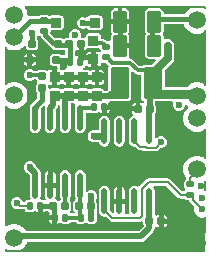
<source format=gbl>
G04*
G04 #@! TF.GenerationSoftware,Altium Limited,Altium Designer,23.4.1 (23)*
G04*
G04 Layer_Physical_Order=4*
G04 Layer_Color=9720587*
%FSLAX25Y25*%
%MOIN*%
G70*
G04*
G04 #@! TF.SameCoordinates,34EAC48E-9BE4-4C3F-87F1-4BBE4831E638*
G04*
G04*
G04 #@! TF.FilePolarity,Positive*
G04*
G01*
G75*
%ADD12C,0.00787*%
%ADD14C,0.01968*%
%ADD15C,0.01575*%
G04:AMPARAMS|DCode=27|XSize=35.83mil|YSize=33.47mil|CornerRadius=3.35mil|HoleSize=0mil|Usage=FLASHONLY|Rotation=0.000|XOffset=0mil|YOffset=0mil|HoleType=Round|Shape=RoundedRectangle|*
%AMROUNDEDRECTD27*
21,1,0.03583,0.02677,0,0,0.0*
21,1,0.02913,0.03347,0,0,0.0*
1,1,0.00669,0.01457,-0.01339*
1,1,0.00669,-0.01457,-0.01339*
1,1,0.00669,-0.01457,0.01339*
1,1,0.00669,0.01457,0.01339*
%
%ADD27ROUNDEDRECTD27*%
G04:AMPARAMS|DCode=28|XSize=70.87mil|YSize=45.28mil|CornerRadius=4.53mil|HoleSize=0mil|Usage=FLASHONLY|Rotation=90.000|XOffset=0mil|YOffset=0mil|HoleType=Round|Shape=RoundedRectangle|*
%AMROUNDEDRECTD28*
21,1,0.07087,0.03622,0,0,90.0*
21,1,0.06181,0.04528,0,0,90.0*
1,1,0.00906,0.01811,0.03091*
1,1,0.00906,0.01811,-0.03091*
1,1,0.00906,-0.01811,-0.03091*
1,1,0.00906,-0.01811,0.03091*
%
%ADD28ROUNDEDRECTD28*%
G04:AMPARAMS|DCode=31|XSize=23.62mil|YSize=23.62mil|CornerRadius=2.36mil|HoleSize=0mil|Usage=FLASHONLY|Rotation=90.000|XOffset=0mil|YOffset=0mil|HoleType=Round|Shape=RoundedRectangle|*
%AMROUNDEDRECTD31*
21,1,0.02362,0.01890,0,0,90.0*
21,1,0.01890,0.02362,0,0,90.0*
1,1,0.00472,0.00945,0.00945*
1,1,0.00472,0.00945,-0.00945*
1,1,0.00472,-0.00945,-0.00945*
1,1,0.00472,-0.00945,0.00945*
%
%ADD31ROUNDEDRECTD31*%
G04:AMPARAMS|DCode=32|XSize=19.68mil|YSize=23.62mil|CornerRadius=1.97mil|HoleSize=0mil|Usage=FLASHONLY|Rotation=0.000|XOffset=0mil|YOffset=0mil|HoleType=Round|Shape=RoundedRectangle|*
%AMROUNDEDRECTD32*
21,1,0.01968,0.01968,0,0,0.0*
21,1,0.01575,0.02362,0,0,0.0*
1,1,0.00394,0.00787,-0.00984*
1,1,0.00394,-0.00787,-0.00984*
1,1,0.00394,-0.00787,0.00984*
1,1,0.00394,0.00787,0.00984*
%
%ADD32ROUNDEDRECTD32*%
G04:AMPARAMS|DCode=33|XSize=19.68mil|YSize=23.62mil|CornerRadius=1.97mil|HoleSize=0mil|Usage=FLASHONLY|Rotation=270.000|XOffset=0mil|YOffset=0mil|HoleType=Round|Shape=RoundedRectangle|*
%AMROUNDEDRECTD33*
21,1,0.01968,0.01968,0,0,270.0*
21,1,0.01575,0.02362,0,0,270.0*
1,1,0.00394,-0.00984,-0.00787*
1,1,0.00394,-0.00984,0.00787*
1,1,0.00394,0.00984,0.00787*
1,1,0.00394,0.00984,-0.00787*
%
%ADD33ROUNDEDRECTD33*%
%ADD51O,0.00787X0.05906*%
%ADD52O,0.00787X0.03937*%
%ADD53O,0.00787X0.40158*%
%ADD54O,0.66929X0.00787*%
%ADD55O,0.00787X0.18898*%
%ADD56O,0.00787X0.10236*%
%ADD57O,0.00787X0.12992*%
%ADD58O,0.60630X0.00787*%
%ADD59O,0.00787X0.01181*%
%ADD60C,0.02362*%
%ADD61C,0.03150*%
%ADD63C,0.02756*%
%ADD64C,0.02362*%
%ADD65C,0.05906*%
%ADD66C,0.01181*%
G04:AMPARAMS|DCode=67|XSize=106.3mil|YSize=62.99mil|CornerRadius=6.3mil|HoleSize=0mil|Usage=FLASHONLY|Rotation=90.000|XOffset=0mil|YOffset=0mil|HoleType=Round|Shape=RoundedRectangle|*
%AMROUNDEDRECTD67*
21,1,0.10630,0.05039,0,0,90.0*
21,1,0.09370,0.06299,0,0,90.0*
1,1,0.01260,0.02520,0.04685*
1,1,0.01260,0.02520,-0.04685*
1,1,0.01260,-0.02520,-0.04685*
1,1,0.01260,-0.02520,0.04685*
%
%ADD67ROUNDEDRECTD67*%
G04:AMPARAMS|DCode=68|XSize=33.47mil|YSize=33.47mil|CornerRadius=3.35mil|HoleSize=0mil|Usage=FLASHONLY|Rotation=270.000|XOffset=0mil|YOffset=0mil|HoleType=Round|Shape=RoundedRectangle|*
%AMROUNDEDRECTD68*
21,1,0.03347,0.02677,0,0,270.0*
21,1,0.02677,0.03347,0,0,270.0*
1,1,0.00669,-0.01339,-0.01339*
1,1,0.00669,-0.01339,0.01339*
1,1,0.00669,0.01339,0.01339*
1,1,0.00669,0.01339,-0.01339*
%
%ADD68ROUNDEDRECTD68*%
G04:AMPARAMS|DCode=69|XSize=23.62mil|YSize=23.62mil|CornerRadius=2.36mil|HoleSize=0mil|Usage=FLASHONLY|Rotation=180.000|XOffset=0mil|YOffset=0mil|HoleType=Round|Shape=RoundedRectangle|*
%AMROUNDEDRECTD69*
21,1,0.02362,0.01890,0,0,180.0*
21,1,0.01890,0.02362,0,0,180.0*
1,1,0.00472,-0.00945,0.00945*
1,1,0.00472,0.00945,0.00945*
1,1,0.00472,0.00945,-0.00945*
1,1,0.00472,-0.00945,-0.00945*
%
%ADD69ROUNDEDRECTD69*%
%ADD70O,0.01968X0.08661*%
G04:AMPARAMS|DCode=71|XSize=122.05mil|YSize=94.49mil|CornerRadius=9.45mil|HoleSize=0mil|Usage=FLASHONLY|Rotation=180.000|XOffset=0mil|YOffset=0mil|HoleType=Round|Shape=RoundedRectangle|*
%AMROUNDEDRECTD71*
21,1,0.12205,0.07559,0,0,180.0*
21,1,0.10315,0.09449,0,0,180.0*
1,1,0.01890,-0.05158,0.03780*
1,1,0.01890,0.05158,0.03780*
1,1,0.01890,0.05158,-0.03780*
1,1,0.01890,-0.05158,-0.03780*
%
%ADD71ROUNDEDRECTD71*%
G04:AMPARAMS|DCode=72|XSize=118.11mil|YSize=104.33mil|CornerRadius=10.43mil|HoleSize=0mil|Usage=FLASHONLY|Rotation=0.000|XOffset=0mil|YOffset=0mil|HoleType=Round|Shape=RoundedRectangle|*
%AMROUNDEDRECTD72*
21,1,0.11811,0.08346,0,0,0.0*
21,1,0.09724,0.10433,0,0,0.0*
1,1,0.02087,0.04862,-0.04173*
1,1,0.02087,-0.04862,-0.04173*
1,1,0.02087,-0.04862,0.04173*
1,1,0.02087,0.04862,0.04173*
%
%ADD72ROUNDEDRECTD72*%
G36*
X62081Y81299D02*
X61196Y80788D01*
X60353Y79945D01*
X59903Y79165D01*
X52851D01*
Y79862D01*
X52755Y80346D01*
X52481Y80756D01*
X52070Y81030D01*
X51586Y81127D01*
X47964D01*
X47480Y81030D01*
X47070Y80756D01*
X46796Y80346D01*
X46700Y79862D01*
Y73681D01*
X46796Y73197D01*
X47052Y72756D01*
X46796Y72315D01*
X46700Y71831D01*
Y65650D01*
X46796Y65166D01*
X47070Y64755D01*
X47480Y64481D01*
X47964Y64385D01*
X50131D01*
X50357Y63840D01*
X49423Y62906D01*
X49105Y62429D01*
X46693D01*
X46140Y62319D01*
X45671Y62006D01*
X45612Y61918D01*
X44793D01*
X42726Y63986D01*
X42270Y64290D01*
X41732Y64397D01*
X41509D01*
X41218Y64988D01*
X41337Y65166D01*
X41434Y65650D01*
Y67953D01*
X38358D01*
Y69528D01*
X41434D01*
Y71831D01*
X41337Y72315D01*
X41081Y72756D01*
X41337Y73197D01*
X41434Y73681D01*
Y75984D01*
X38358D01*
X35283D01*
Y73681D01*
X35379Y73197D01*
X35635Y72756D01*
X35379Y72315D01*
X35283Y71831D01*
Y70637D01*
X34738Y70164D01*
X33860D01*
X33465Y70560D01*
X33009Y70865D01*
X32471Y70972D01*
X31930D01*
Y71779D01*
X31843Y72217D01*
X31595Y72588D01*
X31224Y72836D01*
X30786Y72923D01*
X28109D01*
X27671Y72836D01*
X27300Y72588D01*
X27052Y72217D01*
X26965Y71779D01*
Y71635D01*
X26375Y71252D01*
X26234Y71280D01*
X25673D01*
X25345Y71771D01*
X25373Y71839D01*
Y72622D01*
X25074Y73346D01*
X24520Y73900D01*
X23796Y74199D01*
X23013D01*
X22290Y73900D01*
X21736Y73346D01*
X21436Y72622D01*
Y71839D01*
X21464Y71771D01*
X21136Y71280D01*
X20407D01*
X20008Y71201D01*
X19669Y70974D01*
X19399D01*
X19061Y71201D01*
X18661Y71280D01*
X17377D01*
X17323Y71291D01*
X17323Y71291D01*
X16618D01*
X14985Y72924D01*
Y73389D01*
X15298Y73778D01*
X15466Y73895D01*
X18379D01*
X18817Y73982D01*
X19188Y74230D01*
X19436Y74602D01*
X19523Y75039D01*
Y77716D01*
X19436Y78154D01*
X19188Y78526D01*
X18817Y78773D01*
X18379Y78861D01*
X15466D01*
X15028Y78773D01*
X14680Y78729D01*
X14354Y78946D01*
X13970Y79023D01*
X12002D01*
X11618Y78946D01*
X11292Y78729D01*
X11233Y78640D01*
X8334D01*
X8071Y78588D01*
X7480Y79014D01*
Y79533D01*
X7172Y80685D01*
X6817Y81299D01*
X7158Y81890D01*
X61923D01*
X62081Y81299D01*
D02*
G37*
G36*
X11618Y71974D02*
X11839Y71930D01*
X11896Y71644D01*
X12244Y71123D01*
X14818Y68550D01*
X15339Y68202D01*
X15774Y68115D01*
X15807Y67947D01*
X16034Y67608D01*
X16372Y67382D01*
X16772Y67303D01*
X18661D01*
X18969Y67364D01*
X20068D01*
Y65648D01*
X18664D01*
X18612Y65725D01*
X18273Y65952D01*
X17874Y66031D01*
X15984D01*
X15585Y65952D01*
X15246Y65725D01*
X15020Y65387D01*
X14941Y64987D01*
Y63098D01*
X15020Y62698D01*
X15246Y62360D01*
X15585Y62134D01*
X15984Y62054D01*
X17017D01*
X17072Y62043D01*
X17415D01*
Y61386D01*
X17505Y61170D01*
X17323Y60897D01*
Y58196D01*
Y55714D01*
X17874D01*
X18312Y55801D01*
X18683Y56049D01*
X19099D01*
X19470Y55801D01*
X19908Y55714D01*
X20459D01*
Y58196D01*
X22034D01*
Y55714D01*
X22585D01*
X23023Y55801D01*
X23394Y56049D01*
X23790D01*
X24161Y55801D01*
X24599Y55714D01*
X25150D01*
Y58196D01*
X26725D01*
Y55714D01*
X27276D01*
X27714Y55801D01*
X28085Y56049D01*
X28481D01*
X28852Y55801D01*
X29290Y55714D01*
X29841D01*
Y58196D01*
Y60679D01*
X29290D01*
X28852Y60592D01*
X28698Y60489D01*
X28283Y60391D01*
X27868Y60489D01*
X27714Y60592D01*
X27276Y60679D01*
X25884D01*
X25879Y61268D01*
X26263Y61344D01*
X26589Y61561D01*
X26760Y61818D01*
X26938Y61901D01*
X26989Y61916D01*
X27428Y61987D01*
X27671Y61825D01*
X28109Y61737D01*
X28660D01*
Y64220D01*
Y66703D01*
X28109D01*
X27671Y66615D01*
X27300Y66368D01*
X27052Y65996D01*
X26965Y65559D01*
Y65368D01*
X26375Y65092D01*
X26263Y65167D01*
X25879Y65243D01*
Y63255D01*
X24305D01*
Y65243D01*
X23921Y65167D01*
X23870Y65133D01*
X23279Y65448D01*
Y67116D01*
X23870Y67432D01*
X23945Y67382D01*
X24344Y67303D01*
X24501D01*
Y69291D01*
X26076D01*
Y67303D01*
X26234D01*
X26633Y67382D01*
X26972Y67608D01*
X27061Y67742D01*
X27555Y67987D01*
X27814Y68017D01*
X28109Y67958D01*
X30786D01*
X31175Y68035D01*
X31256Y68027D01*
X31766Y67729D01*
Y67586D01*
X31842Y67202D01*
X32015Y66943D01*
X31934Y66717D01*
X31390Y66505D01*
X31224Y66615D01*
X30786Y66703D01*
X30235D01*
Y64220D01*
Y61737D01*
X30786D01*
X31224Y61825D01*
X31595Y62072D01*
X31843Y62444D01*
X31900Y62730D01*
X32130Y62913D01*
X32278Y63003D01*
X32521Y63089D01*
X32769Y63039D01*
X33680D01*
X34653Y62066D01*
X34648Y62006D01*
X34334Y61537D01*
X34224Y60984D01*
Y54017D01*
X33990Y53782D01*
X33004D01*
X32776Y54123D01*
X32405Y54371D01*
X31967Y54458D01*
X29290D01*
X28852Y54371D01*
X28698Y54268D01*
X28283Y54170D01*
X27868Y54268D01*
X27714Y54371D01*
X27276Y54458D01*
X24599D01*
X24161Y54371D01*
X24007Y54268D01*
X23592Y54170D01*
X23177Y54268D01*
X23023Y54371D01*
X22585Y54458D01*
X19908D01*
X19470Y54371D01*
X19302Y54259D01*
X18891Y54169D01*
X18479Y54259D01*
X18312Y54371D01*
X17874Y54458D01*
X15197D01*
X14981Y54415D01*
X14390Y54781D01*
Y55337D01*
X14483Y55454D01*
X14925Y55754D01*
X14964Y55760D01*
X15197Y55714D01*
X15748D01*
Y58196D01*
Y60679D01*
X15197D01*
X14759Y60592D01*
X14669Y60532D01*
X14084Y60344D01*
X13746Y60571D01*
X13346Y60650D01*
X11457D01*
X11057Y60571D01*
X10719Y60344D01*
X10666Y60266D01*
X9647D01*
X9383Y60530D01*
X8659Y60830D01*
X7876D01*
X7153Y60530D01*
X6599Y59976D01*
X6299Y59253D01*
Y58469D01*
X6599Y57746D01*
X7153Y57192D01*
X7876Y56893D01*
X8659D01*
X9383Y57192D01*
X9647Y57456D01*
X10465D01*
X10492Y57317D01*
X10719Y56978D01*
Y56407D01*
X10492Y56069D01*
X10413Y55669D01*
Y53780D01*
X10492Y53380D01*
X10599Y53220D01*
Y51118D01*
X9134Y49653D01*
X9072Y49560D01*
X8795Y49375D01*
X8404Y48789D01*
X8266Y48098D01*
Y41405D01*
X8404Y40714D01*
X8795Y40128D01*
X9381Y39736D01*
X10072Y39599D01*
X10764Y39736D01*
X11350Y40128D01*
X11741Y40714D01*
X11879Y41405D01*
Y47856D01*
X12799Y48777D01*
X13343Y48486D01*
X13266Y48098D01*
Y41405D01*
X13404Y40714D01*
X13795Y40128D01*
X14381Y39736D01*
X15072Y39599D01*
X15764Y39736D01*
X16350Y40128D01*
X16741Y40714D01*
X16879Y41405D01*
Y44751D01*
X16879Y44751D01*
Y47350D01*
X17117Y47588D01*
X17509Y48174D01*
X17647Y48866D01*
Y48916D01*
X17675Y48930D01*
X18266Y48556D01*
Y48098D01*
X18266Y48098D01*
Y41405D01*
X18404Y40714D01*
X18795Y40128D01*
X19381Y39736D01*
X20072Y39599D01*
X20764Y39736D01*
X21350Y40128D01*
X21741Y40714D01*
X21879Y41405D01*
Y46326D01*
X21879Y46326D01*
Y49493D01*
X22585D01*
X23023Y49580D01*
X23394Y49410D01*
X23544Y48999D01*
X23404Y48789D01*
X23266Y48098D01*
Y41405D01*
X23404Y40714D01*
X23795Y40128D01*
X24381Y39736D01*
X25072Y39599D01*
X25764Y39736D01*
X26350Y40128D01*
X26741Y40714D01*
X26879Y41405D01*
Y46445D01*
X28065D01*
X28375Y46238D01*
X28759Y46162D01*
X30334D01*
X30718Y46238D01*
X31043Y46456D01*
X31593D01*
X31918Y46238D01*
X32302Y46162D01*
Y48150D01*
X33090D01*
Y48937D01*
X34880D01*
Y49134D01*
X34804Y49518D01*
X34763Y49579D01*
X35079Y50169D01*
X35525D01*
X35597Y50183D01*
X35669Y50169D01*
X40709D01*
X41262Y50279D01*
X41730Y50592D01*
X42044Y51061D01*
X42154Y51614D01*
Y59812D01*
X42699Y60038D01*
X43218Y59520D01*
X43673Y59215D01*
X44211Y59109D01*
X45248D01*
Y51614D01*
X45358Y51061D01*
X45671Y50592D01*
X46140Y50279D01*
X46291Y50249D01*
X46332Y49679D01*
X45820Y49459D01*
X45629Y49586D01*
X45230Y49666D01*
X45072D01*
Y47677D01*
X44285D01*
Y46890D01*
X42296D01*
Y46732D01*
X42376Y46333D01*
X42602Y45994D01*
X42706Y45925D01*
X42581Y45298D01*
X42447Y45271D01*
X41861Y44880D01*
X41470Y44294D01*
X41332Y43602D01*
Y36909D01*
X41470Y36218D01*
X41861Y35632D01*
X42447Y35241D01*
X43139Y35103D01*
X43225Y35120D01*
X44256Y34089D01*
X44646Y33828D01*
X45107Y33737D01*
X45107Y33737D01*
X46624D01*
X46781Y33632D01*
X47242Y33540D01*
X47242Y33540D01*
X50268D01*
X50268Y33540D01*
X50729Y33632D01*
X51120Y33893D01*
X51759Y34532D01*
X52416D01*
X53139Y34831D01*
X53693Y35385D01*
X53993Y36109D01*
Y36892D01*
X53693Y37615D01*
X53139Y38169D01*
X52416Y38469D01*
X51633D01*
X50909Y38169D01*
X50536Y37795D01*
X49945Y38040D01*
Y40322D01*
X49945Y40322D01*
Y43472D01*
Y46054D01*
X50131Y46333D01*
X50211Y46732D01*
Y48622D01*
X50131Y49021D01*
X50028Y49175D01*
Y50169D01*
X50694D01*
X50787Y50151D01*
X55574D01*
X55969Y49560D01*
X55905Y49407D01*
Y48624D01*
X56205Y47901D01*
X56759Y47347D01*
X57482Y47047D01*
X58266D01*
X58989Y47347D01*
X59543Y47901D01*
X59842Y48624D01*
Y48893D01*
X60109Y49047D01*
X60433Y49109D01*
X60913Y48629D01*
X61132Y48228D01*
X60913Y47827D01*
X60353Y47268D01*
X59757Y46236D01*
X59449Y45084D01*
Y43892D01*
X59757Y42741D01*
X60353Y41708D01*
X61196Y40865D01*
X62229Y40269D01*
X63380Y39961D01*
X64572D01*
X65724Y40269D01*
X66255Y40576D01*
X66845Y40235D01*
X66828Y31822D01*
X66237Y31482D01*
X65724Y31778D01*
X64572Y32087D01*
X63380D01*
X62229Y31778D01*
X61196Y31182D01*
X60353Y30339D01*
X59757Y29307D01*
X59449Y28155D01*
Y26963D01*
X59757Y25811D01*
X60353Y24779D01*
X60361Y24771D01*
X60368Y24567D01*
X60281Y24106D01*
X60056Y23956D01*
X59838Y23630D01*
X59762Y23246D01*
Y21671D01*
X59838Y21287D01*
X60056Y20962D01*
Y20629D01*
X59688Y20229D01*
X59042Y20220D01*
X55140Y24122D01*
X54749Y24383D01*
X54288Y24475D01*
X54288Y24475D01*
X47849D01*
X47849Y24475D01*
X47388Y24383D01*
X46997Y24122D01*
X46997Y24122D01*
X44767Y21892D01*
X43996Y21735D01*
X43830Y21846D01*
X43139Y21983D01*
X42447Y21846D01*
X41861Y21454D01*
X41470Y20868D01*
X41332Y20177D01*
Y13484D01*
X41408Y13102D01*
X41002Y12511D01*
X40275D01*
X39869Y13102D01*
X39945Y13484D01*
Y16043D01*
X36332D01*
Y13484D01*
X36399Y13148D01*
X35855Y12857D01*
X34945Y13767D01*
Y20177D01*
X34808Y20868D01*
X34416Y21454D01*
X33830Y21846D01*
X33139Y21983D01*
X32447Y21846D01*
X31861Y21454D01*
X31470Y20868D01*
X31332Y20177D01*
Y13484D01*
X31470Y12793D01*
X31861Y12207D01*
X32447Y11815D01*
X33139Y11678D01*
X33547Y11759D01*
X34850Y10456D01*
X34850Y10455D01*
X35241Y10194D01*
X35702Y10103D01*
X44911D01*
X44911Y10103D01*
X45372Y10194D01*
X45544Y10310D01*
X46135Y10031D01*
Y9291D01*
X46214Y8892D01*
X46221Y8882D01*
Y8618D01*
X44527Y6925D01*
X6910D01*
X6576Y7504D01*
X5733Y8347D01*
X4700Y8943D01*
X3549Y9252D01*
X2357D01*
X1205Y8943D01*
X591Y8589D01*
X0Y8929D01*
Y47960D01*
X591Y48301D01*
X1205Y47946D01*
X2357Y47638D01*
X3549D01*
X4700Y47946D01*
X5733Y48542D01*
X6576Y49385D01*
X7172Y50418D01*
X7480Y51569D01*
Y52761D01*
X7172Y53913D01*
X6576Y54945D01*
X5733Y55788D01*
X4700Y56384D01*
X3549Y56693D01*
X2357D01*
X1205Y56384D01*
X591Y56029D01*
X0Y56371D01*
Y67448D01*
X591Y67789D01*
X1205Y67435D01*
X2357Y67126D01*
X3549D01*
X4700Y67435D01*
X5733Y68031D01*
X6476Y68774D01*
X7067Y68633D01*
Y68347D01*
X7146Y67947D01*
X7372Y67608D01*
X7711Y67382D01*
X8110Y67303D01*
X10000D01*
X10399Y67382D01*
X10738Y67608D01*
X10964Y67947D01*
X11044Y68347D01*
Y70236D01*
X10964Y70636D01*
X10738Y70974D01*
X10661Y71026D01*
Y71842D01*
X10702Y71883D01*
X10735Y71962D01*
X10902Y72031D01*
X11430Y72099D01*
X11618Y71974D01*
D02*
G37*
G36*
X59757Y75418D02*
X60353Y74385D01*
X61196Y73542D01*
X62229Y72946D01*
X63380Y72638D01*
X64572D01*
X65724Y72946D01*
X66321Y73291D01*
X66911Y72950D01*
X66877Y56203D01*
X66286Y55863D01*
X65724Y56187D01*
X64572Y56496D01*
X63380D01*
X62229Y56187D01*
X61196Y55591D01*
X60572Y54967D01*
X53177D01*
Y59655D01*
X53192Y59729D01*
Y60430D01*
X55766Y63004D01*
X56244Y63720D01*
X56412Y64565D01*
Y68777D01*
X56244Y69622D01*
X55766Y70338D01*
X55049Y70816D01*
X54205Y70985D01*
X53442Y70833D01*
X53061Y70976D01*
X52851Y71088D01*
Y71831D01*
X52755Y72315D01*
X52499Y72756D01*
X52755Y73197D01*
X52851Y73681D01*
Y75953D01*
X59614D01*
X59757Y75418D01*
D02*
G37*
G36*
X57792Y18064D02*
X57792Y18064D01*
X58183Y17803D01*
X58644Y17711D01*
X58644Y17711D01*
X59860D01*
X60056Y17418D01*
X60381Y17201D01*
X60765Y17124D01*
X61384D01*
X61424Y16923D01*
X61686Y16533D01*
X63138Y15080D01*
X62992Y14536D01*
Y13810D01*
X63180Y13110D01*
X63543Y12481D01*
X64056Y11968D01*
X64684Y11605D01*
X65385Y11417D01*
X66111D01*
X66319Y11473D01*
X66787Y11113D01*
X66764Y-0D01*
X5006Y0D01*
X4848Y591D01*
X5733Y1101D01*
X6576Y1944D01*
X7172Y2977D01*
X7261Y3312D01*
X45276D01*
X45967Y3449D01*
X46553Y3841D01*
X49305Y6593D01*
X49696Y7179D01*
X49834Y7870D01*
Y8304D01*
X50192Y8468D01*
X50424Y8522D01*
X50716Y8327D01*
X51116Y8248D01*
X51273D01*
Y10236D01*
Y12225D01*
X51116D01*
X50716Y12145D01*
X50520Y12015D01*
X50034Y12193D01*
X49930Y12276D01*
Y13409D01*
X49945Y13484D01*
Y13550D01*
X49945Y13550D01*
Y17181D01*
X49945Y17181D01*
Y20177D01*
X49808Y20868D01*
X49416Y21454D01*
X49384Y21476D01*
X49563Y22067D01*
X53789D01*
X57792Y18064D01*
D02*
G37*
%LPC*%
G36*
X31372Y78861D02*
X28458D01*
X28020Y78773D01*
X27649Y78526D01*
X27543Y78367D01*
X27357Y78150D01*
X26786Y78090D01*
X26446Y78231D01*
X25663D01*
X24939Y77931D01*
X24386Y77378D01*
X24086Y76654D01*
Y75871D01*
X24386Y75147D01*
X24939Y74594D01*
X25663Y74294D01*
X26446D01*
X26841Y74458D01*
X27221Y74555D01*
X27646Y74235D01*
X27649Y74230D01*
X28020Y73982D01*
X28458Y73895D01*
X31372D01*
X31809Y73982D01*
X32181Y74230D01*
X32429Y74602D01*
X32516Y75039D01*
Y77716D01*
X32429Y78154D01*
X32181Y78526D01*
X31809Y78773D01*
X31372Y78861D01*
D02*
G37*
G36*
X40169Y81127D02*
X39145D01*
Y77559D01*
X41434D01*
Y79862D01*
X41337Y80346D01*
X41063Y80756D01*
X40653Y81030D01*
X40169Y81127D01*
D02*
G37*
G36*
X37571D02*
X36547D01*
X36063Y81030D01*
X35653Y80756D01*
X35379Y80346D01*
X35283Y79862D01*
Y77559D01*
X37571D01*
Y81127D01*
D02*
G37*
G36*
X9213Y66031D02*
X9055D01*
Y64830D01*
X10256D01*
Y64987D01*
X10177Y65387D01*
X9950Y65725D01*
X9612Y65952D01*
X9213Y66031D01*
D02*
G37*
G36*
X7480D02*
X7323D01*
X6923Y65952D01*
X6585Y65725D01*
X6359Y65387D01*
X6279Y64987D01*
Y64830D01*
X7480D01*
Y66031D01*
D02*
G37*
G36*
X10256Y63255D02*
X9055D01*
Y62054D01*
X9213D01*
X9612Y62134D01*
X9950Y62360D01*
X10177Y62698D01*
X10256Y63098D01*
Y63255D01*
D02*
G37*
G36*
X7480D02*
X6279D01*
Y63098D01*
X6359Y62698D01*
X6585Y62360D01*
X6923Y62134D01*
X7323Y62054D01*
X7480D01*
Y63255D01*
D02*
G37*
G36*
X31967Y60679D02*
X31416D01*
Y58984D01*
X33111D01*
Y59535D01*
X33024Y59973D01*
X32776Y60344D01*
X32405Y60592D01*
X31967Y60679D01*
D02*
G37*
G36*
X33111Y57409D02*
X31416D01*
Y55714D01*
X31967D01*
X32405Y55801D01*
X32776Y56049D01*
X33024Y56420D01*
X33111Y56858D01*
Y57409D01*
D02*
G37*
G36*
X43498Y49666D02*
X43340D01*
X42941Y49586D01*
X42602Y49360D01*
X42376Y49021D01*
X42296Y48622D01*
Y48465D01*
X43498D01*
Y49666D01*
D02*
G37*
G36*
X34880Y47362D02*
X33877D01*
Y46162D01*
X34261Y46238D01*
X34587Y46456D01*
X34804Y46781D01*
X34880Y47165D01*
Y47362D01*
D02*
G37*
G36*
X38139Y45409D02*
X37447Y45271D01*
X36861Y44880D01*
X36470Y44294D01*
X36332Y43602D01*
Y36909D01*
X36470Y36218D01*
X36861Y35632D01*
X37447Y35241D01*
X38139Y35103D01*
X38830Y35241D01*
X39416Y35632D01*
X39808Y36218D01*
X39945Y36909D01*
Y43602D01*
X39808Y44294D01*
X39416Y44880D01*
X38830Y45271D01*
X38139Y45409D01*
D02*
G37*
G36*
X33139D02*
X32447Y45271D01*
X31861Y44880D01*
X31470Y44294D01*
X31332Y43602D01*
Y40567D01*
X29527D01*
X29333Y40528D01*
X29135D01*
X28953Y40452D01*
X28759Y40414D01*
X28594Y40304D01*
X28412Y40228D01*
X28272Y40089D01*
X28107Y39979D01*
X27998Y39814D01*
X27858Y39675D01*
X27782Y39492D01*
X27672Y39328D01*
X27634Y39134D01*
X27558Y38951D01*
Y38754D01*
X27520Y38560D01*
X27558Y38366D01*
Y38168D01*
X27634Y37985D01*
X27672Y37791D01*
X27782Y37627D01*
X27858Y37444D01*
X27998Y37305D01*
X28107Y37140D01*
X28272Y37031D01*
X28412Y36891D01*
X28594Y36815D01*
X28759Y36705D01*
X28953Y36667D01*
X29135Y36591D01*
X29333D01*
X29527Y36553D01*
X31403D01*
X31470Y36218D01*
X31861Y35632D01*
X32447Y35241D01*
X33139Y35103D01*
X33830Y35241D01*
X34416Y35632D01*
X34808Y36218D01*
X34945Y36909D01*
Y43602D01*
X34808Y44294D01*
X34416Y44880D01*
X33830Y45271D01*
X33139Y45409D01*
D02*
G37*
G36*
X15860Y27065D02*
Y22901D01*
X16879D01*
Y25460D01*
X16741Y26151D01*
X16350Y26737D01*
X15860Y27065D01*
D02*
G37*
G36*
X14285D02*
X13795Y26737D01*
X13404Y26151D01*
X13266Y25460D01*
Y22901D01*
X14285D01*
Y27065D01*
D02*
G37*
G36*
X38926Y21782D02*
Y17618D01*
X39945D01*
Y20177D01*
X39808Y20868D01*
X39416Y21454D01*
X38926Y21782D01*
D02*
G37*
G36*
X37351D02*
X36861Y21454D01*
X36470Y20868D01*
X36332Y20177D01*
Y17618D01*
X37351D01*
Y21782D01*
D02*
G37*
G36*
X8659Y30120D02*
X7876D01*
X7153Y29820D01*
X6599Y29266D01*
X6299Y28543D01*
Y27760D01*
X6599Y27036D01*
X7153Y26482D01*
X7362Y26395D01*
X8266Y25492D01*
Y25460D01*
X8266Y25460D01*
Y18767D01*
X8404Y18076D01*
X8499Y17933D01*
X8184Y17342D01*
X7480D01*
X7096Y17266D01*
X6771Y17048D01*
X6553Y16723D01*
X6521Y16559D01*
X5906D01*
Y16723D01*
X5606Y17447D01*
X5052Y18000D01*
X4329Y18300D01*
X3545D01*
X2822Y18000D01*
X2268Y17447D01*
X1969Y16723D01*
Y15940D01*
X2268Y15217D01*
X2822Y14663D01*
X3545Y14363D01*
X4272D01*
X4453Y14242D01*
X4914Y14150D01*
X6521D01*
X6553Y13986D01*
X6771Y13660D01*
X7096Y13443D01*
X7480Y13367D01*
X9055D01*
X9439Y13443D01*
X9765Y13660D01*
X10314D01*
X10639Y13443D01*
X11023Y13367D01*
Y15354D01*
X12598D01*
Y13367D01*
X12982Y13443D01*
X13308Y13660D01*
X13517Y13973D01*
X13614Y13990D01*
X13997Y14005D01*
X14128Y13986D01*
X14338Y13671D01*
X14676Y13445D01*
X14905Y12798D01*
X14897Y12786D01*
X14820Y12402D01*
Y12205D01*
X16611D01*
Y11417D01*
X17399D01*
Y9430D01*
X17783Y9506D01*
X18108Y9724D01*
X18657D01*
X18983Y9506D01*
X19367Y9430D01*
X20942D01*
X21326Y9506D01*
X21652Y9724D01*
X21845Y10012D01*
X23540D01*
X23733Y9724D01*
X24058Y9506D01*
X24442Y9430D01*
X26017D01*
X26401Y9506D01*
X26727Y9724D01*
X27276D01*
X27602Y9506D01*
X27986Y9430D01*
X29561D01*
X29945Y9506D01*
X30270Y9724D01*
X30488Y10049D01*
X30564Y10433D01*
Y11340D01*
X30580Y11417D01*
Y15157D01*
X30565Y15231D01*
Y16299D01*
X30485Y16699D01*
X30471Y16720D01*
Y17539D01*
X30709Y18112D01*
Y18895D01*
X30409Y19619D01*
X29855Y20173D01*
X29132Y20472D01*
X28349D01*
X27625Y20173D01*
X27469Y20017D01*
X26879Y20262D01*
Y25460D01*
X26741Y26151D01*
X26350Y26737D01*
X25764Y27129D01*
X25072Y27266D01*
X24381Y27129D01*
X23795Y26737D01*
X23404Y26151D01*
X23266Y25460D01*
Y18767D01*
X23404Y18076D01*
X23515Y17909D01*
X23306Y17266D01*
X23295Y17264D01*
X22956Y17037D01*
X22730Y16699D01*
X22651Y16299D01*
Y14410D01*
X22730Y14010D01*
X22956Y13671D01*
X23295Y13445D01*
X23113Y12911D01*
X23063Y12822D01*
X22096D01*
X21670Y13340D01*
X21713Y13780D01*
X21867Y14010D01*
X21946Y14410D01*
Y16299D01*
X21867Y16699D01*
X21641Y17037D01*
X21520Y17118D01*
Y17745D01*
X21741Y18076D01*
X21879Y18767D01*
Y25460D01*
X21741Y26151D01*
X21350Y26737D01*
X20764Y27129D01*
X20072Y27266D01*
X19381Y27129D01*
X18795Y26737D01*
X18404Y26151D01*
X18266Y25460D01*
Y18767D01*
X18404Y18076D01*
X18552Y17853D01*
X18589Y17498D01*
X18115Y17037D01*
X17704D01*
X17365Y17264D01*
X16965Y17343D01*
X16962D01*
X16646Y17933D01*
X16741Y18076D01*
X16879Y18767D01*
Y21326D01*
X15072D01*
X13266D01*
Y18767D01*
X13404Y18076D01*
X13795Y17490D01*
X13893Y17424D01*
X13815Y17196D01*
X13705Y17164D01*
X13196Y17123D01*
X12982Y17266D01*
X12598Y17342D01*
X11961D01*
X11646Y17933D01*
X11741Y18076D01*
X11879Y18767D01*
Y22113D01*
X11879Y22114D01*
Y26240D01*
X11741Y26931D01*
X11350Y27517D01*
X10174Y28693D01*
X9937Y29266D01*
X9383Y29820D01*
X8659Y30120D01*
D02*
G37*
G36*
X15824Y10630D02*
X14820D01*
Y10433D01*
X14897Y10049D01*
X15114Y9724D01*
X15440Y9506D01*
X15824Y9430D01*
D01*
Y10630D01*
D02*
G37*
G36*
X53005Y12225D02*
X52848D01*
Y11024D01*
X54049D01*
Y11181D01*
X53970Y11581D01*
X53743Y11919D01*
X53405Y12145D01*
X53005Y12225D01*
D02*
G37*
G36*
X54049Y9449D02*
X52848D01*
Y8248D01*
X53005D01*
X53405Y8327D01*
X53743Y8553D01*
X53970Y8892D01*
X54049Y9291D01*
Y9449D01*
D02*
G37*
%LPD*%
D12*
X50268Y34744D02*
X52024Y36500D01*
X47242Y34744D02*
X50268D01*
X47045Y34941D02*
X47242Y34744D01*
X45107Y34941D02*
X47045D01*
X43139Y36909D02*
X45107Y34941D01*
X43139Y36909D02*
Y40256D01*
X47849Y23271D02*
X54288D01*
X45619Y12014D02*
Y21040D01*
X47849Y23271D01*
X62537Y17384D02*
X65748Y14173D01*
Y14173D02*
Y14173D01*
X62537Y17384D02*
Y18325D01*
X61946Y18915D02*
X62537Y18325D01*
X58644Y18915D02*
X61946D01*
X61750Y22459D02*
Y24624D01*
X63976Y26851D01*
Y27559D01*
X54288Y23271D02*
X58644Y18915D01*
X63699Y27282D02*
X63976Y27559D01*
X44911Y11307D02*
X45619Y12014D01*
X33139Y13870D02*
X35702Y11307D01*
X44911D01*
X33139Y13870D02*
Y16897D01*
X4914Y15354D02*
X8268D01*
X3937Y16332D02*
X4914Y15354D01*
X34214Y64567D02*
X34541Y64240D01*
X34139Y64567D02*
X34214D01*
X34541Y64165D02*
Y64240D01*
D14*
X48027Y10140D02*
X48124Y10236D01*
Y13535D02*
X48139Y13550D01*
Y16897D01*
Y17181D01*
X48124Y10236D02*
Y13535D01*
X28665Y16033D02*
Y18429D01*
X28740Y18504D01*
X48027Y7870D02*
Y10140D01*
X45276Y5118D02*
X48027Y7870D01*
X2953Y5118D02*
X45276D01*
X48222Y47677D02*
Y54131D01*
X15072Y48098D02*
X15840Y48866D01*
Y52369D01*
X15072Y44751D02*
Y48098D01*
X48139Y43472D02*
Y47594D01*
X48222Y54131D02*
Y55309D01*
X48139Y40322D02*
Y43472D01*
X48222Y55309D02*
X49213Y56299D01*
X28576Y15354D02*
X28773Y15157D01*
Y11417D02*
Y15157D01*
X10072Y22114D02*
Y26240D01*
X8268Y28045D02*
X10072Y26240D01*
X24994Y51976D02*
X35525D01*
X20820D02*
X25781D01*
X20466Y51621D02*
X20820Y51976D01*
X20072Y46326D02*
Y52015D01*
X15840Y51976D02*
X20820D01*
X8268Y28045D02*
Y28151D01*
X35131Y52369D02*
X35722Y52960D01*
D15*
X16529Y76346D02*
Y76424D01*
X8334Y77035D02*
X15919D01*
X26054Y76262D02*
X26096Y76304D01*
X29480D01*
X29521Y76346D01*
X9055Y69291D02*
Y72976D01*
X9033Y72998D02*
X9055Y72976D01*
X13183Y73688D02*
X13379Y73491D01*
Y72259D02*
X15953Y69685D01*
X13379Y72259D02*
Y73491D01*
X12986Y73688D02*
X13183D01*
X15953Y69685D02*
X17323D01*
X17717Y69291D01*
X17072Y63649D02*
X19384D01*
X21504Y64043D02*
X21674Y63873D01*
X16929Y64043D02*
X21504D01*
X19384Y61778D02*
X19535Y61928D01*
Y63176D02*
X20007Y63649D01*
X19535Y61928D02*
Y63176D01*
X20007Y63649D02*
X21352D01*
X25938Y58196D02*
X30629D01*
X15840D02*
X21246D01*
X25938D01*
X15650Y58387D02*
X15731Y58306D01*
X21674Y63873D02*
Y68970D01*
X25190Y64436D02*
Y69193D01*
Y64436D02*
X25762Y65007D01*
X29448D01*
X51252Y77559D02*
X63976D01*
X49645Y75952D02*
X51252Y77559D01*
X48988Y76247D02*
X49645Y75590D01*
X18182Y68970D02*
X20886D01*
X2953Y71653D02*
X8334Y77035D01*
X11811Y15354D02*
X16021D01*
X10269Y48518D02*
X12205Y50453D01*
Y54751D01*
X10072Y48204D02*
X10269Y48401D01*
Y48518D01*
X12148Y54808D02*
X12205Y54751D01*
X10072Y45145D02*
Y48204D01*
X12100Y54808D02*
X12148D01*
X16564Y11464D02*
X16611Y11417D01*
X15919Y77035D02*
X16529Y76424D01*
X16414Y11696D02*
Y14961D01*
Y11696D02*
X16566Y11544D01*
X16021Y15354D02*
X16414Y14961D01*
X48988Y69633D02*
Y76247D01*
X49645Y75590D02*
Y75952D01*
X38358Y68740D02*
Y76772D01*
X48988Y69633D02*
X49775Y68846D01*
D27*
X29915Y76378D02*
D03*
X16923D02*
D03*
D28*
X49775Y76772D02*
D03*
X38358D02*
D03*
X49775Y68740D02*
D03*
X38358D02*
D03*
D31*
X12402Y54724D02*
D03*
Y58661D02*
D03*
X9055Y69291D02*
D03*
X17717D02*
D03*
X8268Y64043D02*
D03*
X16929D02*
D03*
D32*
X20155Y11417D02*
D03*
X16611D02*
D03*
X29546Y48150D02*
D03*
X33090D02*
D03*
X21549Y63255D02*
D03*
X25092D02*
D03*
X28773Y11417D02*
D03*
X25230D02*
D03*
X8268Y15354D02*
D03*
X11811D02*
D03*
D33*
X33753Y64830D02*
D03*
Y68374D02*
D03*
X12986Y77232D02*
D03*
Y73688D02*
D03*
X61750Y18915D02*
D03*
Y22459D02*
D03*
D51*
X66535Y9055D02*
D03*
D52*
Y22047D02*
D03*
D53*
X394Y28543D02*
D03*
D54*
X33465Y394D02*
D03*
D55*
X66535Y64764D02*
D03*
D56*
Y35827D02*
D03*
D57*
X394Y62008D02*
D03*
D58*
X36614Y81496D02*
D03*
D59*
X394Y591D02*
D03*
X66535Y81299D02*
D03*
D60*
X29527Y38560D02*
X32423D01*
X32446Y38583D01*
D61*
X47772Y54131D02*
X48222D01*
X50787Y52559D02*
X62640D01*
X63231Y51968D01*
X63976D01*
X49215Y54131D02*
X50787Y52559D01*
X48222Y54131D02*
X49215D01*
X49213Y54134D02*
X49215Y54131D01*
D63*
X49213Y54134D02*
Y56299D01*
X50984Y61345D02*
X54205Y64565D01*
X50984Y59729D02*
Y61345D01*
X54205Y64565D02*
Y68777D01*
X49213Y57957D02*
X50984Y59729D01*
X49213Y56299D02*
Y57957D01*
D64*
X65748Y18110D02*
D03*
Y14173D02*
D03*
X33922Y76362D02*
D03*
X26054Y76262D02*
D03*
X23405Y72231D02*
D03*
X57874Y49016D02*
D03*
X65345Y22029D02*
D03*
X52024Y36500D02*
D03*
X51575Y18110D02*
D03*
X58368Y32605D02*
D03*
X58376Y23754D02*
D03*
X29527Y38560D02*
D03*
X35415Y48539D02*
D03*
X32666Y32967D02*
D03*
X5512Y36417D02*
D03*
X9449Y33465D02*
D03*
X29851Y61535D02*
D03*
X51091Y13780D02*
D03*
X38406Y8262D02*
D03*
X58933Y15109D02*
D03*
X8206Y8193D02*
D03*
X10925Y1828D02*
D03*
X20669D02*
D03*
X55726Y2749D02*
D03*
X59699Y7054D02*
D03*
X51419Y48964D02*
D03*
X56693Y37402D02*
D03*
X62598Y35433D02*
D03*
Y70866D02*
D03*
X58661Y64961D02*
D03*
X62598Y59055D02*
D03*
X54724Y72835D02*
D03*
X13118Y66649D02*
D03*
X4723Y64322D02*
D03*
X3543Y59055D02*
D03*
Y43307D02*
D03*
Y31496D02*
D03*
X5512Y25591D02*
D03*
X3543Y19685D02*
D03*
X9033Y72998D02*
D03*
X19384Y61778D02*
D03*
X10354Y12044D02*
D03*
X54205Y68777D02*
D03*
X38406Y1969D02*
D03*
X44882Y68110D02*
D03*
X3937Y16332D02*
D03*
X28740Y18504D02*
D03*
X33071Y58653D02*
D03*
X8268Y58861D02*
D03*
Y28151D02*
D03*
X43602Y57905D02*
D03*
X54724Y59055D02*
D03*
X55834Y10222D02*
D03*
X34343Y80425D02*
D03*
X22895Y8250D02*
D03*
X25197Y33465D02*
D03*
X29222Y1828D02*
D03*
X51844Y6538D02*
D03*
D65*
X2953Y71653D02*
D03*
Y4724D02*
D03*
Y52165D02*
D03*
X63976Y51968D02*
D03*
Y77165D02*
D03*
Y27559D02*
D03*
Y44488D02*
D03*
Y2953D02*
D03*
X2953Y78937D02*
D03*
D66*
X32471Y69567D02*
X33163Y68875D01*
X30321Y69567D02*
X32471D01*
X33163Y68767D02*
Y68875D01*
X29448Y70441D02*
X30321Y69567D01*
X33163Y68767D02*
X33557Y68374D01*
X33753D01*
X24639Y15354D02*
X25072Y15787D01*
Y22114D01*
X20115Y16299D02*
Y22693D01*
X8268Y58861D02*
X11879D01*
X12100Y59082D01*
X27095Y47850D02*
X27371D01*
X25072D02*
X27095D01*
X25072D02*
Y48190D01*
Y48278D01*
X24733Y47850D02*
X25072Y48190D01*
X24733Y47850D02*
X25072D01*
X27371D02*
X29290D01*
X46657Y60514D02*
X49213Y57957D01*
X41732Y62992D02*
X44211Y60514D01*
X46657D01*
X35714Y62992D02*
X41732D01*
X34541Y64165D02*
X35714Y62992D01*
X25000Y11918D02*
Y15354D01*
X20155Y11417D02*
X25230D01*
D67*
X49213Y56299D02*
D03*
X38189D02*
D03*
D68*
X16535Y51976D02*
D03*
Y58196D02*
D03*
X30629Y51976D02*
D03*
Y58196D02*
D03*
X25938Y51976D02*
D03*
Y58196D02*
D03*
X21246Y51976D02*
D03*
Y58196D02*
D03*
X29448Y64220D02*
D03*
Y70441D02*
D03*
D69*
X19958Y15354D02*
D03*
X16021D02*
D03*
X24639D02*
D03*
X28576D02*
D03*
X21352Y69291D02*
D03*
X25289D02*
D03*
X44285Y47677D02*
D03*
X48222D02*
D03*
X52061Y10236D02*
D03*
X48123D02*
D03*
D70*
X25072Y22114D02*
D03*
X20072D02*
D03*
X15072D02*
D03*
X10072D02*
D03*
X25072Y44751D02*
D03*
X20072D02*
D03*
X15072D02*
D03*
X10072D02*
D03*
X48139Y16831D02*
D03*
X43139D02*
D03*
X38139D02*
D03*
X33139D02*
D03*
X48139Y40256D02*
D03*
X43139D02*
D03*
X38139D02*
D03*
X33139D02*
D03*
D71*
X17572Y33432D02*
D03*
D72*
X40639Y28543D02*
D03*
M02*

</source>
